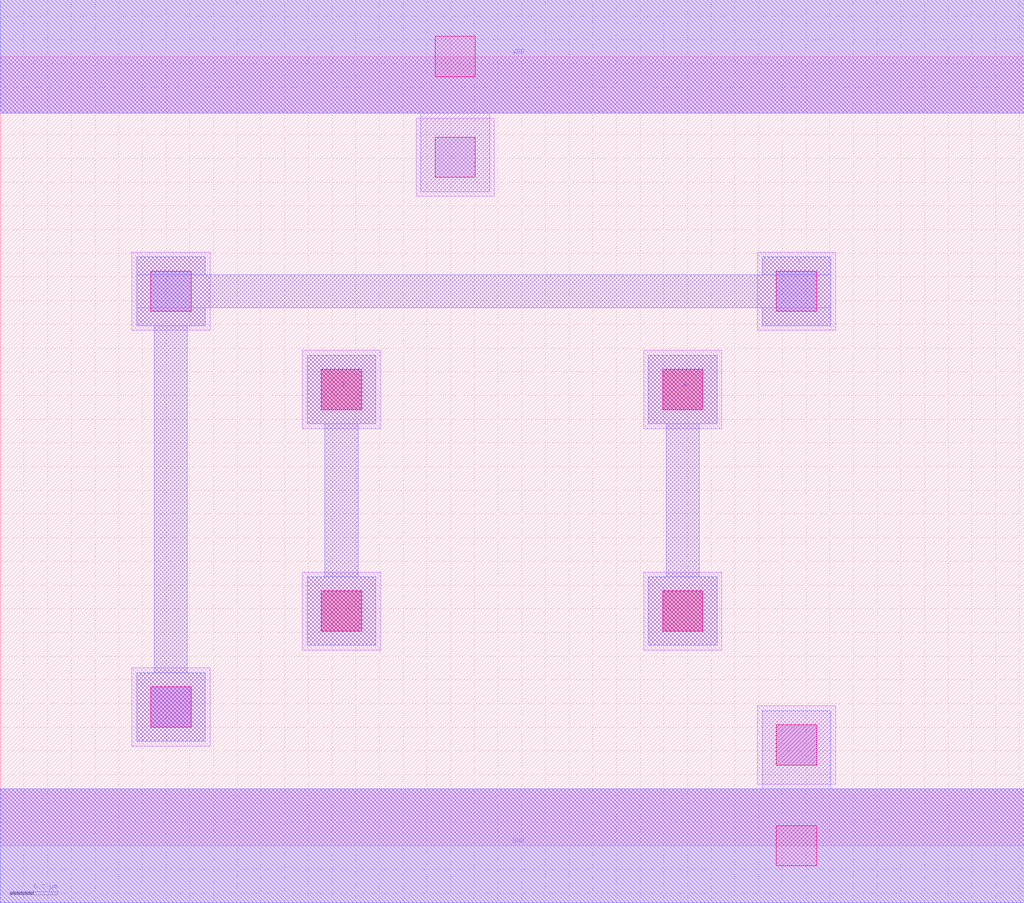
<source format=lef>
MACRO NAND2X1
 CLASS CORE ;
 FOREIGN NAND2X1 0 0 ;
 SIZE 4.32 BY 3.33 ;
 ORIGIN 0 0 ;
 SYMMETRY X Y R90 ;
 SITE unit ;
  PIN VDD
   DIRECTION INOUT ;
   USE POWER ;
   SHAPE ABUTMENT ;
    PORT
     CLASS CORE ;
       LAYER li1 ;
        RECT 0.00000000 3.09000000 4.32000000 3.57000000 ;
       LAYER met1 ;
        RECT 0.00000000 3.09000000 4.32000000 3.57000000 ;
    END
  END VDD

  PIN GND
   DIRECTION INOUT ;
   USE POWER ;
   SHAPE ABUTMENT ;
    PORT
     CLASS CORE ;
       LAYER li1 ;
        RECT 0.00000000 -0.24000000 4.32000000 0.24000000 ;
       LAYER met1 ;
        RECT 0.00000000 -0.24000000 4.32000000 0.24000000 ;
    END
  END GND

  PIN Y
   DIRECTION INOUT ;
   USE SIGNAL ;
   SHAPE ABUTMENT ;
    PORT
     CLASS CORE ;
       LAYER met1 ;
        RECT 0.57500000 0.44000000 0.86500000 0.73000000 ;
        RECT 0.65000000 0.73000000 0.79000000 2.19500000 ;
        RECT 0.57500000 2.19500000 0.86500000 2.27000000 ;
        RECT 3.21500000 2.19500000 3.50500000 2.27000000 ;
        RECT 0.57500000 2.27000000 3.50500000 2.41000000 ;
        RECT 0.57500000 2.41000000 0.86500000 2.48500000 ;
        RECT 3.21500000 2.41000000 3.50500000 2.48500000 ;
    END
  END Y

  PIN B
   DIRECTION INOUT ;
   USE SIGNAL ;
   SHAPE ABUTMENT ;
    PORT
     CLASS CORE ;
       LAYER met1 ;
        RECT 1.29500000 0.84500000 1.58500000 1.13500000 ;
        RECT 1.37000000 1.13500000 1.51000000 1.78000000 ;
        RECT 1.29500000 1.78000000 1.58500000 2.07000000 ;
    END
  END B

  PIN A
   DIRECTION INOUT ;
   USE SIGNAL ;
   SHAPE ABUTMENT ;
    PORT
     CLASS CORE ;
       LAYER met1 ;
        RECT 2.73500000 0.84500000 3.02500000 1.13500000 ;
        RECT 2.81000000 1.13500000 2.95000000 1.78000000 ;
        RECT 2.73500000 1.78000000 3.02500000 2.07000000 ;
    END
  END A

 OBS
    LAYER polycont ;
     RECT 1.35500000 0.90500000 1.52500000 1.07500000 ;
     RECT 2.79500000 0.90500000 2.96500000 1.07500000 ;
     RECT 1.35500000 1.84000000 1.52500000 2.01000000 ;
     RECT 2.79500000 1.84000000 2.96500000 2.01000000 ;

    LAYER pdiffc ;
     RECT 0.63500000 2.25500000 0.80500000 2.42500000 ;
     RECT 3.27500000 2.25500000 3.44500000 2.42500000 ;
     RECT 1.83500000 2.82000000 2.00500000 2.99000000 ;

    LAYER ndiffc ;
     RECT 3.27500000 0.34000000 3.44500000 0.51000000 ;
     RECT 0.63500000 0.50000000 0.80500000 0.67000000 ;

    LAYER li1 ;
     RECT 0.00000000 -0.24000000 4.32000000 0.24000000 ;
     RECT 3.19500000 0.26000000 3.52500000 0.59000000 ;
     RECT 0.55500000 0.42000000 0.88500000 0.75000000 ;
     RECT 1.27500000 0.82500000 1.60500000 1.15500000 ;
     RECT 2.71500000 0.82500000 3.04500000 1.15500000 ;
     RECT 1.27500000 1.76000000 1.60500000 2.09000000 ;
     RECT 2.71500000 1.76000000 3.04500000 2.09000000 ;
     RECT 0.55500000 2.17500000 0.88500000 2.50500000 ;
     RECT 3.19500000 2.17500000 3.52500000 2.50500000 ;
     RECT 1.75500000 2.74000000 2.08500000 3.07000000 ;
     RECT 0.00000000 3.09000000 4.32000000 3.57000000 ;

    LAYER viali ;
     RECT 3.27500000 -0.08500000 3.44500000 0.08500000 ;
     RECT 3.27500000 0.34000000 3.44500000 0.51000000 ;
     RECT 0.63500000 0.50000000 0.80500000 0.67000000 ;
     RECT 1.35500000 0.90500000 1.52500000 1.07500000 ;
     RECT 2.79500000 0.90500000 2.96500000 1.07500000 ;
     RECT 1.35500000 1.84000000 1.52500000 2.01000000 ;
     RECT 2.79500000 1.84000000 2.96500000 2.01000000 ;
     RECT 0.63500000 2.25500000 0.80500000 2.42500000 ;
     RECT 3.27500000 2.25500000 3.44500000 2.42500000 ;
     RECT 1.83500000 2.82000000 2.00500000 2.99000000 ;
     RECT 1.83500000 3.24500000 2.00500000 3.41500000 ;

    LAYER met1 ;
     RECT 0.00000000 -0.24000000 4.32000000 0.24000000 ;
     RECT 3.21500000 0.24000000 3.50500000 0.57000000 ;
     RECT 1.29500000 0.84500000 1.58500000 1.13500000 ;
     RECT 1.37000000 1.13500000 1.51000000 1.78000000 ;
     RECT 1.29500000 1.78000000 1.58500000 2.07000000 ;
     RECT 2.73500000 0.84500000 3.02500000 1.13500000 ;
     RECT 2.81000000 1.13500000 2.95000000 1.78000000 ;
     RECT 2.73500000 1.78000000 3.02500000 2.07000000 ;
     RECT 0.57500000 0.44000000 0.86500000 0.73000000 ;
     RECT 0.65000000 0.73000000 0.79000000 2.19500000 ;
     RECT 0.57500000 2.19500000 0.86500000 2.27000000 ;
     RECT 3.21500000 2.19500000 3.50500000 2.27000000 ;
     RECT 0.57500000 2.27000000 3.50500000 2.41000000 ;
     RECT 0.57500000 2.41000000 0.86500000 2.48500000 ;
     RECT 3.21500000 2.41000000 3.50500000 2.48500000 ;
     RECT 1.77500000 2.76000000 2.06500000 3.09000000 ;
     RECT 0.00000000 3.09000000 4.32000000 3.57000000 ;

 END
END NAND2X1

</source>
